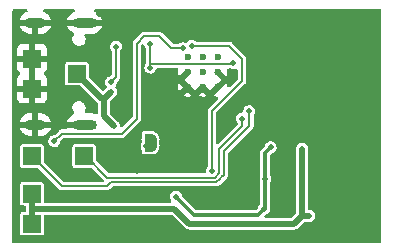
<source format=gbr>
%TF.GenerationSoftware,KiCad,Pcbnew,(6.0.5)*%
%TF.CreationDate,2022-10-09T21:33:59+01:00*%
%TF.ProjectId,PicoDrive,5069636f-4472-4697-9665-2e6b69636164,rev?*%
%TF.SameCoordinates,Original*%
%TF.FileFunction,Copper,L2,Bot*%
%TF.FilePolarity,Positive*%
%FSLAX46Y46*%
G04 Gerber Fmt 4.6, Leading zero omitted, Abs format (unit mm)*
G04 Created by KiCad (PCBNEW (6.0.5)) date 2022-10-09 21:33:59*
%MOMM*%
%LPD*%
G01*
G04 APERTURE LIST*
G04 Aperture macros list*
%AMFreePoly0*
4,1,22,0.500000,-0.750000,0.000000,-0.750000,0.000000,-0.745033,-0.079941,-0.743568,-0.215256,-0.701293,-0.333266,-0.622738,-0.424486,-0.514219,-0.481581,-0.384460,-0.499164,-0.250000,-0.500000,-0.250000,-0.500000,0.250000,-0.499164,0.250000,-0.499963,0.256109,-0.478152,0.396186,-0.417904,0.524511,-0.324060,0.630769,-0.204165,0.706417,-0.067858,0.745374,0.000000,0.744959,0.000000,0.750000,
0.500000,0.750000,0.500000,-0.750000,0.500000,-0.750000,$1*%
%AMFreePoly1*
4,1,20,0.000000,0.744959,0.073905,0.744508,0.209726,0.703889,0.328688,0.626782,0.421226,0.519385,0.479903,0.390333,0.500000,0.250000,0.500000,-0.250000,0.499851,-0.262216,0.476331,-0.402017,0.414519,-0.529596,0.319384,-0.634700,0.198574,-0.708877,0.061801,-0.746166,0.000000,-0.745033,0.000000,-0.750000,-0.500000,-0.750000,-0.500000,0.750000,0.000000,0.750000,0.000000,0.744959,
0.000000,0.744959,$1*%
G04 Aperture macros list end*
%TA.AperFunction,SMDPad,CuDef*%
%ADD10R,1.500000X1.500000*%
%TD*%
%TA.AperFunction,ComponentPad*%
%ADD11O,2.000000X0.900000*%
%TD*%
%TA.AperFunction,ComponentPad*%
%ADD12O,1.700000X0.900000*%
%TD*%
%TA.AperFunction,ComponentPad*%
%ADD13C,0.600000*%
%TD*%
%TA.AperFunction,SMDPad,CuDef*%
%ADD14FreePoly0,180.000000*%
%TD*%
%TA.AperFunction,SMDPad,CuDef*%
%ADD15FreePoly1,180.000000*%
%TD*%
%TA.AperFunction,ViaPad*%
%ADD16C,0.500000*%
%TD*%
%TA.AperFunction,Conductor*%
%ADD17C,0.300000*%
%TD*%
%TA.AperFunction,Conductor*%
%ADD18C,0.500000*%
%TD*%
%TA.AperFunction,Conductor*%
%ADD19C,0.250000*%
%TD*%
%TA.AperFunction,Conductor*%
%ADD20C,0.200000*%
%TD*%
G04 APERTURE END LIST*
D10*
%TO.P,TP7,1,1*%
%TO.N,+3V3*%
X148590000Y-57150000D03*
%TD*%
%TO.P,TP2,1,1*%
%TO.N,+BATT*%
X144780000Y-69850000D03*
%TD*%
D11*
%TO.P,P1,S1,SHIELD*%
%TO.N,GND*%
X149250000Y-52830000D03*
D12*
X145080000Y-52830000D03*
D11*
X149250000Y-61470000D03*
D12*
X145080000Y-61470000D03*
%TD*%
D13*
%TO.P,U3,57,GND*%
%TO.N,GND*%
X160533000Y-58298000D03*
X159258000Y-55748000D03*
X157983000Y-58298000D03*
X157983000Y-57023000D03*
X157983000Y-55748000D03*
X159258000Y-58298000D03*
X160533000Y-55748000D03*
X159258000Y-57023000D03*
X160533000Y-57023000D03*
%TD*%
D10*
%TO.P,TP3,1,1*%
%TO.N,GND*%
X144780000Y-55880000D03*
%TD*%
%TO.P,TP5,1,1*%
%TO.N,/IO_1*%
X144780000Y-64135000D03*
%TD*%
D14*
%TO.P,JP1,1,A*%
%TO.N,Net-(JP1-Pad1)*%
X154828000Y-62992000D03*
D15*
%TO.P,JP1,2,B*%
%TO.N,GND*%
X153528000Y-62992000D03*
%TD*%
D10*
%TO.P,TP1,1,1*%
%TO.N,+BATT*%
X144780000Y-67310000D03*
%TD*%
%TO.P,TP4,1,1*%
%TO.N,GND*%
X144780000Y-58420000D03*
%TD*%
%TO.P,TP6,1,1*%
%TO.N,/IO_2*%
X149225000Y-64135000D03*
%TD*%
D16*
%TO.N,+3V3*%
X164559447Y-66060553D03*
X164458003Y-68595426D03*
X151736108Y-61619111D03*
%TO.N,+BATT*%
X168275000Y-69215000D03*
X167640000Y-66675000D03*
%TO.N,Net-(U3-Pad39)*%
X158305500Y-54800500D03*
%TO.N,Net-(U3-Pad40)*%
X157571500Y-54991000D03*
%TO.N,GND*%
X164338000Y-59309000D03*
%TO.N,/IO_1*%
X163195000Y-60325000D03*
%TO.N,/IO_2*%
X162560000Y-60960000D03*
%TO.N,GND*%
X167005000Y-57848500D03*
%TO.N,+1V1*%
X161839500Y-56261000D03*
%TO.N,Net-(U3-Pad39)*%
X160020000Y-65405000D03*
%TO.N,+BATT*%
X160655000Y-69850000D03*
%TO.N,Net-(U3-Pad40)*%
X146685000Y-62865000D03*
%TO.N,GND*%
X153797000Y-67437000D03*
X149098000Y-69342000D03*
X154559000Y-69342000D03*
X155956000Y-64262000D03*
X157099000Y-65151000D03*
%TO.N,+3V3*%
X151511000Y-58674000D03*
%TO.N,GND*%
X151638000Y-60071000D03*
X162560000Y-63500000D03*
X170180000Y-71120000D03*
X167005000Y-52705000D03*
X167640000Y-54610000D03*
X165100000Y-53340000D03*
X162560000Y-52070000D03*
X163195000Y-52705000D03*
X160020000Y-52070000D03*
X155575000Y-53340000D03*
X154940000Y-52070000D03*
X150495000Y-52070000D03*
X151765000Y-64135000D03*
X153670000Y-65405000D03*
X150495000Y-66040000D03*
X147955000Y-66040000D03*
X146050000Y-71120000D03*
X156845000Y-71120000D03*
X158750000Y-64770000D03*
X162560000Y-67945000D03*
X164465000Y-71120000D03*
X167640000Y-71120000D03*
X166370000Y-67310000D03*
X166370000Y-66675000D03*
X166370000Y-63500000D03*
X166370000Y-64135000D03*
X161925000Y-65405000D03*
X152273000Y-52070000D03*
X150876000Y-53340000D03*
X152527000Y-57277000D03*
X163830000Y-61722000D03*
X161747212Y-59486808D03*
%TO.N,Net-(JP1-Pad1)*%
X154477500Y-63306214D03*
%TO.N,+1V1*%
X154813000Y-56642000D03*
X154813000Y-54677500D03*
%TO.N,+3V3*%
X156972000Y-67564000D03*
%TO.N,+BATT*%
X149352000Y-68580000D03*
X148336000Y-68580000D03*
%TO.N,+3V3*%
X165000000Y-63400000D03*
%TO.N,+BATT*%
X167640000Y-63500000D03*
%TO.N,USB_DM*%
X151481669Y-57869466D03*
X151892000Y-54864000D03*
%TD*%
D17*
%TO.N,+3V3*%
X158496000Y-69088000D02*
X156972000Y-67564000D01*
X164501947Y-68551482D02*
X164501947Y-66003053D01*
X164458003Y-68595426D02*
X164501947Y-68551482D01*
X163965429Y-69088000D02*
X158496000Y-69088000D01*
X164458003Y-68595426D02*
X163965429Y-69088000D01*
D18*
X150876000Y-60759003D02*
X151736108Y-61619111D01*
D19*
%TO.N,Net-(JP1-Pad1)*%
X154513786Y-63306214D02*
X154828000Y-62992000D01*
X154477500Y-63306214D02*
X154513786Y-63306214D01*
X154940000Y-62983761D02*
X154617547Y-63306214D01*
X154617547Y-63306214D02*
X154477500Y-63306214D01*
D18*
%TO.N,+BATT*%
X167640000Y-69215000D02*
X168275000Y-69215000D01*
X167640000Y-69215000D02*
X167005000Y-69850000D01*
X167640000Y-66675000D02*
X167640000Y-69215000D01*
X160655000Y-69850000D02*
X167005000Y-69850000D01*
X167640000Y-63500000D02*
X167640000Y-66675000D01*
D20*
%TO.N,Net-(U3-Pad39)*%
X161480500Y-54800500D02*
X158305500Y-54800500D01*
X162560000Y-55880000D02*
X161480500Y-54800500D01*
X162560000Y-57785000D02*
X162560000Y-55880000D01*
X160020000Y-60325000D02*
X162560000Y-57785000D01*
X160020000Y-65405000D02*
X160020000Y-60325000D01*
%TO.N,+1V1*%
X154853489Y-56347511D02*
X154813000Y-56388000D01*
X161752989Y-56347511D02*
X154853489Y-56347511D01*
X161839500Y-56261000D02*
X161752989Y-56347511D01*
%TO.N,Net-(U3-Pad40)*%
X147320000Y-62230000D02*
X146685000Y-62865000D01*
X152400000Y-62230000D02*
X147320000Y-62230000D01*
X153670000Y-60960000D02*
X152400000Y-62230000D01*
X153670000Y-54610000D02*
X153670000Y-60960000D01*
X157571500Y-54991000D02*
X156591000Y-54991000D01*
X155575000Y-53975000D02*
X154305000Y-53975000D01*
X156591000Y-54991000D02*
X155575000Y-53975000D01*
X154305000Y-53975000D02*
X153670000Y-54610000D01*
%TO.N,/IO_2*%
X160655000Y-65547127D02*
X160655001Y-63499999D01*
X160247616Y-65954511D02*
X160655000Y-65547127D01*
X151186638Y-65954511D02*
X160247616Y-65954511D01*
X160655001Y-63499999D02*
X162560000Y-61595000D01*
X149367127Y-64135000D02*
X151186638Y-65954511D01*
X149225000Y-64135000D02*
X149367127Y-64135000D01*
X162560000Y-61595000D02*
X162560000Y-60960000D01*
%TO.N,/IO_1*%
X151130000Y-66675000D02*
X147320000Y-66675000D01*
X151450970Y-66354030D02*
X151130000Y-66675000D01*
X160082129Y-66354030D02*
X151450970Y-66354030D01*
X160413102Y-66354031D02*
X160082129Y-66354030D01*
X160691067Y-66076067D02*
X160413102Y-66354031D01*
X160820486Y-65946647D02*
X160691067Y-66076067D01*
X161054520Y-65405000D02*
X161054519Y-65712614D01*
X161054520Y-63735480D02*
X161054520Y-65405000D01*
X161054519Y-65712614D02*
X160820486Y-65946647D01*
X161925000Y-62865000D02*
X161054520Y-63735480D01*
X163195000Y-60325000D02*
X163195000Y-61595000D01*
X163195000Y-61595000D02*
X161925000Y-62865000D01*
X146050000Y-65405000D02*
X147320000Y-66675000D01*
X144780000Y-64135000D02*
X146050000Y-65405000D01*
D18*
%TO.N,+3V3*%
X150749000Y-59309000D02*
X150876000Y-59309000D01*
X148590000Y-57150000D02*
X150749000Y-59309000D01*
D20*
%TO.N,USB_DM*%
X151892000Y-57459135D02*
X151892000Y-54864000D01*
X151481669Y-57869466D02*
X151892000Y-57459135D01*
D18*
%TO.N,+BATT*%
X160655000Y-69850000D02*
X158115000Y-69850000D01*
D20*
%TO.N,+1V1*%
X154813000Y-54677500D02*
X154813000Y-56388000D01*
X154813000Y-56642000D02*
X154813000Y-56388000D01*
D18*
%TO.N,+3V3*%
X151511000Y-58674000D02*
X150876000Y-59309000D01*
X150876000Y-59309000D02*
X150876000Y-60759003D01*
%TO.N,+BATT*%
X148336000Y-68580000D02*
X149352000Y-68580000D01*
X148336000Y-68580000D02*
X144780000Y-68580000D01*
D17*
%TO.N,+3V3*%
X164501947Y-66003053D02*
X164501947Y-63898053D01*
X164501947Y-63898053D02*
X165000000Y-63400000D01*
D18*
%TO.N,+BATT*%
X156845000Y-68580000D02*
X149352000Y-68580000D01*
X144780000Y-67310000D02*
X144780000Y-68580000D01*
X144780000Y-68580000D02*
X144780000Y-69850000D01*
X158115000Y-69850000D02*
X156845000Y-68580000D01*
%TD*%
%TA.AperFunction,Conductor*%
%TO.N,GND*%
G36*
X144360434Y-51709502D02*
G01*
X144406927Y-51763158D01*
X144417031Y-51833432D01*
X144387537Y-51898012D01*
X144329992Y-51935734D01*
X144306756Y-51943016D01*
X144295068Y-51948025D01*
X144136021Y-52036187D01*
X144125588Y-52043438D01*
X143987509Y-52161785D01*
X143978756Y-52170976D01*
X143867289Y-52314680D01*
X143860565Y-52325440D01*
X143780268Y-52488625D01*
X143775845Y-52500519D01*
X143760749Y-52558470D01*
X143761183Y-52572564D01*
X143769364Y-52576000D01*
X146389229Y-52576000D01*
X146402760Y-52572027D01*
X146403637Y-52565925D01*
X146347690Y-52413864D01*
X146342123Y-52402451D01*
X146246292Y-52247892D01*
X146238540Y-52237826D01*
X146113592Y-52105697D01*
X146103974Y-52097395D01*
X145955013Y-51993092D01*
X145943916Y-51986890D01*
X145815078Y-51931137D01*
X145760503Y-51885726D01*
X145739143Y-51818019D01*
X145757779Y-51749512D01*
X145810495Y-51701956D01*
X145865118Y-51689500D01*
X148312313Y-51689500D01*
X148380434Y-51709502D01*
X148426927Y-51763158D01*
X148437031Y-51833432D01*
X148407537Y-51898012D01*
X148349992Y-51935734D01*
X148326756Y-51943016D01*
X148315068Y-51948025D01*
X148156021Y-52036187D01*
X148145588Y-52043438D01*
X148007509Y-52161785D01*
X147998756Y-52170976D01*
X147887289Y-52314680D01*
X147880565Y-52325440D01*
X147800268Y-52488625D01*
X147795845Y-52500519D01*
X147780749Y-52558470D01*
X147781183Y-52572564D01*
X147789364Y-52576000D01*
X150709229Y-52576000D01*
X150722760Y-52572027D01*
X150723637Y-52565925D01*
X150667690Y-52413864D01*
X150662123Y-52402451D01*
X150566292Y-52247892D01*
X150558540Y-52237826D01*
X150433592Y-52105697D01*
X150423974Y-52097395D01*
X150275013Y-51993092D01*
X150263916Y-51986890D01*
X150135078Y-51931137D01*
X150080503Y-51885726D01*
X150059143Y-51818019D01*
X150077779Y-51749512D01*
X150130495Y-51701956D01*
X150185118Y-51689500D01*
X174244500Y-51689500D01*
X174312621Y-51709502D01*
X174359114Y-51763158D01*
X174370500Y-51815500D01*
X174370500Y-71374500D01*
X174350498Y-71442621D01*
X174296842Y-71489114D01*
X174244500Y-71500500D01*
X143255500Y-71500500D01*
X143187379Y-71480498D01*
X143140886Y-71426842D01*
X143129500Y-71374500D01*
X143129500Y-69074933D01*
X143775500Y-69074933D01*
X143775501Y-70625066D01*
X143790266Y-70699301D01*
X143846516Y-70783484D01*
X143930699Y-70839734D01*
X144004933Y-70854500D01*
X144779874Y-70854500D01*
X145555066Y-70854499D01*
X145590818Y-70847388D01*
X145617126Y-70842156D01*
X145617128Y-70842155D01*
X145629301Y-70839734D01*
X145639621Y-70832839D01*
X145639622Y-70832838D01*
X145703168Y-70790377D01*
X145713484Y-70783484D01*
X145769734Y-70699301D01*
X145784500Y-70625067D01*
X145784499Y-69210500D01*
X145804501Y-69142379D01*
X145858157Y-69095886D01*
X145910499Y-69084500D01*
X148327992Y-69084500D01*
X148330301Y-69084521D01*
X148398998Y-69085780D01*
X148402779Y-69084749D01*
X148406796Y-69084500D01*
X149343992Y-69084500D01*
X149346301Y-69084521D01*
X149414998Y-69085780D01*
X149418779Y-69084749D01*
X149422796Y-69084500D01*
X156583839Y-69084500D01*
X156651960Y-69104502D01*
X156672934Y-69121405D01*
X157708323Y-70156794D01*
X157715865Y-70166234D01*
X157716245Y-70165911D01*
X157722063Y-70172747D01*
X157726853Y-70180339D01*
X157733581Y-70186281D01*
X157766859Y-70215671D01*
X157772546Y-70221017D01*
X157783880Y-70232351D01*
X157787463Y-70235036D01*
X157787465Y-70235038D01*
X157792155Y-70238553D01*
X157799998Y-70244938D01*
X157835170Y-70276001D01*
X157843292Y-70279814D01*
X157846093Y-70281654D01*
X157860088Y-70290063D01*
X157863051Y-70291685D01*
X157870236Y-70297070D01*
X157878646Y-70300223D01*
X157878648Y-70300224D01*
X157914182Y-70313546D01*
X157923495Y-70317470D01*
X157965982Y-70337417D01*
X157974856Y-70338799D01*
X157978083Y-70339785D01*
X157993846Y-70343920D01*
X157997140Y-70344644D01*
X158005552Y-70347798D01*
X158014510Y-70348464D01*
X158014511Y-70348464D01*
X158052350Y-70351276D01*
X158062374Y-70352426D01*
X158075697Y-70354500D01*
X158091062Y-70354500D01*
X158100399Y-70354846D01*
X158149666Y-70358507D01*
X158158441Y-70356634D01*
X158167137Y-70356041D01*
X158181737Y-70354500D01*
X160646992Y-70354500D01*
X160649301Y-70354521D01*
X160717998Y-70355780D01*
X160721779Y-70354749D01*
X160725796Y-70354500D01*
X166934376Y-70354500D01*
X166946381Y-70355841D01*
X166946421Y-70355345D01*
X166955368Y-70356065D01*
X166964124Y-70358046D01*
X167017382Y-70354742D01*
X167025184Y-70354500D01*
X167041226Y-70354500D01*
X167045657Y-70353865D01*
X167045662Y-70353865D01*
X167049687Y-70353288D01*
X167051457Y-70353035D01*
X167061514Y-70352004D01*
X167083976Y-70350611D01*
X167099400Y-70349654D01*
X167099402Y-70349654D01*
X167108359Y-70349098D01*
X167116799Y-70346051D01*
X167120089Y-70345370D01*
X167135938Y-70341418D01*
X167139168Y-70340473D01*
X167148052Y-70339201D01*
X167190763Y-70319782D01*
X167200128Y-70315970D01*
X167235837Y-70303078D01*
X167235840Y-70303076D01*
X167244284Y-70300028D01*
X167251533Y-70294732D01*
X167254490Y-70293160D01*
X167268614Y-70284907D01*
X167271437Y-70283102D01*
X167279605Y-70279388D01*
X167286402Y-70273531D01*
X167286404Y-70273530D01*
X167315153Y-70248757D01*
X167323064Y-70242475D01*
X167333944Y-70234527D01*
X167344805Y-70223666D01*
X167351652Y-70217308D01*
X167382282Y-70190916D01*
X167382284Y-70190913D01*
X167389082Y-70185056D01*
X167393965Y-70177523D01*
X167399693Y-70170956D01*
X167408924Y-70159547D01*
X167812065Y-69756405D01*
X167874378Y-69722380D01*
X167901161Y-69719500D01*
X168266992Y-69719500D01*
X168269301Y-69719521D01*
X168337998Y-69720780D01*
X168369971Y-69712063D01*
X168385252Y-69708898D01*
X168418052Y-69704201D01*
X168426223Y-69700486D01*
X168426226Y-69700485D01*
X168437637Y-69695296D01*
X168456649Y-69688432D01*
X168468765Y-69685129D01*
X168477422Y-69682769D01*
X168505666Y-69665427D01*
X168519442Y-69658103D01*
X168541428Y-69648107D01*
X168541435Y-69648103D01*
X168549605Y-69644388D01*
X168565911Y-69630338D01*
X168582228Y-69618418D01*
X168592921Y-69611852D01*
X168592922Y-69611851D01*
X168600572Y-69607154D01*
X168622817Y-69582578D01*
X168633977Y-69571688D01*
X168652280Y-69555917D01*
X168659082Y-69550056D01*
X168663966Y-69542522D01*
X168663968Y-69542519D01*
X168670786Y-69532000D01*
X168683103Y-69515977D01*
X168691524Y-69506673D01*
X168691525Y-69506672D01*
X168697551Y-69500014D01*
X168701467Y-69491932D01*
X168712002Y-69470188D01*
X168719662Y-69456594D01*
X168732797Y-69436329D01*
X168732799Y-69436326D01*
X168737683Y-69428790D01*
X168743853Y-69408161D01*
X168751176Y-69389331D01*
X168756645Y-69378043D01*
X168756645Y-69378042D01*
X168760560Y-69369962D01*
X168766057Y-69337286D01*
X168769594Y-69322087D01*
X168773629Y-69308595D01*
X168779090Y-69290337D01*
X168779221Y-69268813D01*
X168780966Y-69248675D01*
X168783729Y-69232255D01*
X168783730Y-69232243D01*
X168784536Y-69227453D01*
X168784688Y-69215000D01*
X168781088Y-69189860D01*
X168779817Y-69171232D01*
X168779917Y-69154802D01*
X168779972Y-69145827D01*
X168777506Y-69137197D01*
X168777505Y-69137193D01*
X168771928Y-69117680D01*
X168768350Y-69100919D01*
X168766137Y-69085466D01*
X168764201Y-69071948D01*
X168753692Y-69048835D01*
X168747242Y-69031306D01*
X168742727Y-69015507D01*
X168742726Y-69015506D01*
X168740261Y-69006879D01*
X168724641Y-68982123D01*
X168716503Y-68967040D01*
X168708105Y-68948571D01*
X168704388Y-68940395D01*
X168698524Y-68933589D01*
X168687809Y-68921153D01*
X168676701Y-68906142D01*
X168667939Y-68892255D01*
X168667937Y-68892253D01*
X168663147Y-68884661D01*
X168641204Y-68865282D01*
X168629163Y-68853093D01*
X168610056Y-68830918D01*
X168588744Y-68817104D01*
X168573872Y-68805816D01*
X168561558Y-68794941D01*
X168554830Y-68788999D01*
X168540487Y-68782265D01*
X168528335Y-68776559D01*
X168513356Y-68768238D01*
X168496326Y-68757200D01*
X168496318Y-68757196D01*
X168488790Y-68752317D01*
X168464449Y-68745037D01*
X168447013Y-68738379D01*
X168424018Y-68727583D01*
X168415152Y-68726203D01*
X168415150Y-68726202D01*
X168395103Y-68723081D01*
X168378385Y-68719298D01*
X168358938Y-68713482D01*
X168358936Y-68713482D01*
X168350337Y-68710910D01*
X168341365Y-68710855D01*
X168341363Y-68710855D01*
X168331086Y-68710793D01*
X168316154Y-68710702D01*
X168315392Y-68710670D01*
X168314303Y-68710500D01*
X168283602Y-68710500D01*
X168282833Y-68710498D01*
X168269731Y-68710418D01*
X168201733Y-68690000D01*
X168155569Y-68636062D01*
X168144500Y-68584420D01*
X168144500Y-66727913D01*
X168146246Y-66707008D01*
X168146482Y-66705604D01*
X168149536Y-66687453D01*
X168149688Y-66675000D01*
X168145773Y-66647662D01*
X168144500Y-66629801D01*
X168144500Y-63552913D01*
X168146246Y-63532008D01*
X168148729Y-63517247D01*
X168149536Y-63512453D01*
X168149688Y-63500000D01*
X168131182Y-63370780D01*
X168130474Y-63365835D01*
X168130473Y-63365833D01*
X168129201Y-63356948D01*
X168069388Y-63225395D01*
X168063530Y-63218596D01*
X168063527Y-63218592D01*
X167980916Y-63122718D01*
X167980913Y-63122716D01*
X167975056Y-63115918D01*
X167895060Y-63064067D01*
X167861324Y-63042200D01*
X167861322Y-63042199D01*
X167853790Y-63037317D01*
X167836921Y-63032272D01*
X167723938Y-62998482D01*
X167723936Y-62998482D01*
X167715337Y-62995910D01*
X167706363Y-62995855D01*
X167706361Y-62995855D01*
X167643082Y-62995469D01*
X167570827Y-62995028D01*
X167562196Y-62997495D01*
X167562194Y-62997495D01*
X167440509Y-63032272D01*
X167440505Y-63032274D01*
X167431879Y-63034739D01*
X167424292Y-63039526D01*
X167424290Y-63039527D01*
X167331469Y-63098093D01*
X167309661Y-63111853D01*
X167303718Y-63118582D01*
X167303717Y-63118583D01*
X167245906Y-63184042D01*
X167213999Y-63220170D01*
X167210185Y-63228293D01*
X167210184Y-63228295D01*
X167202360Y-63244960D01*
X167152583Y-63350982D01*
X167151203Y-63359846D01*
X167151202Y-63359849D01*
X167139674Y-63433893D01*
X167130350Y-63493773D01*
X167131514Y-63502675D01*
X167131514Y-63502678D01*
X167134436Y-63525019D01*
X167135500Y-63541357D01*
X167135500Y-66625946D01*
X167134000Y-66645331D01*
X167130350Y-66668773D01*
X167131514Y-66677675D01*
X167131514Y-66677678D01*
X167134436Y-66700019D01*
X167135500Y-66716357D01*
X167135500Y-68953839D01*
X167115498Y-69021960D01*
X167098595Y-69042934D01*
X166832934Y-69308595D01*
X166770622Y-69342621D01*
X166743839Y-69345500D01*
X164584169Y-69345500D01*
X164516048Y-69325498D01*
X164469555Y-69271842D01*
X164459451Y-69201568D01*
X164488945Y-69136988D01*
X164495074Y-69130405D01*
X164501834Y-69123645D01*
X164557786Y-69091178D01*
X164605092Y-69078280D01*
X164651766Y-69065556D01*
X164651768Y-69065555D01*
X164660425Y-69063195D01*
X164783575Y-68987580D01*
X164795091Y-68974858D01*
X164826285Y-68940395D01*
X164880554Y-68880440D01*
X164916709Y-68805816D01*
X164939648Y-68758469D01*
X164939648Y-68758468D01*
X164943563Y-68750388D01*
X164967539Y-68607879D01*
X164967691Y-68595426D01*
X164947204Y-68452374D01*
X164917746Y-68387584D01*
X164906447Y-68335433D01*
X164906447Y-66477591D01*
X164926449Y-66409470D01*
X164939032Y-66393036D01*
X164975970Y-66352227D01*
X164975971Y-66352225D01*
X164981998Y-66345567D01*
X165021843Y-66263327D01*
X165041092Y-66223596D01*
X165041092Y-66223595D01*
X165045007Y-66215515D01*
X165068983Y-66073006D01*
X165069135Y-66060553D01*
X165048648Y-65917501D01*
X164988835Y-65785948D01*
X164982977Y-65779149D01*
X164982974Y-65779145D01*
X164936994Y-65725784D01*
X164907680Y-65661122D01*
X164906447Y-65643536D01*
X164906447Y-64117793D01*
X164926449Y-64049672D01*
X164943352Y-64028698D01*
X165043831Y-63928219D01*
X165099783Y-63895752D01*
X165149053Y-63882319D01*
X165193763Y-63870130D01*
X165193765Y-63870129D01*
X165202422Y-63867769D01*
X165325572Y-63792154D01*
X165422551Y-63685014D01*
X165485560Y-63554962D01*
X165509536Y-63412453D01*
X165509688Y-63400000D01*
X165495062Y-63297872D01*
X165490474Y-63265835D01*
X165490473Y-63265833D01*
X165489201Y-63256948D01*
X165483751Y-63244960D01*
X165471762Y-63218592D01*
X165429388Y-63125395D01*
X165423530Y-63118596D01*
X165423527Y-63118592D01*
X165340916Y-63022718D01*
X165340913Y-63022716D01*
X165335056Y-63015918D01*
X165213790Y-62937317D01*
X165196921Y-62932272D01*
X165083938Y-62898482D01*
X165083936Y-62898482D01*
X165075337Y-62895910D01*
X165066363Y-62895855D01*
X165066361Y-62895855D01*
X165003082Y-62895469D01*
X164930827Y-62895028D01*
X164922196Y-62897495D01*
X164922194Y-62897495D01*
X164800509Y-62932272D01*
X164800505Y-62932274D01*
X164791879Y-62934739D01*
X164784292Y-62939526D01*
X164784290Y-62939527D01*
X164685174Y-63002065D01*
X164669661Y-63011853D01*
X164663718Y-63018582D01*
X164663717Y-63018583D01*
X164635546Y-63050481D01*
X164573999Y-63120170D01*
X164570185Y-63128293D01*
X164570184Y-63128295D01*
X164563353Y-63142845D01*
X164512583Y-63250982D01*
X164511203Y-63259847D01*
X164511202Y-63259849D01*
X164510515Y-63264263D01*
X164507178Y-63285699D01*
X164507036Y-63286608D01*
X164476792Y-63350841D01*
X164471631Y-63356319D01*
X164193412Y-63634538D01*
X164193409Y-63634542D01*
X164170621Y-63657330D01*
X164160493Y-63677207D01*
X164150163Y-63694064D01*
X164137042Y-63712124D01*
X164133977Y-63721557D01*
X164130146Y-63733348D01*
X164122581Y-63751614D01*
X164112449Y-63771498D01*
X164110898Y-63781291D01*
X164108958Y-63793540D01*
X164104342Y-63812766D01*
X164097447Y-63833987D01*
X164097447Y-65829292D01*
X164085502Y-65882840D01*
X164072030Y-65911535D01*
X164070649Y-65920404D01*
X164059806Y-65990045D01*
X164049797Y-66054326D01*
X164050961Y-66063228D01*
X164050961Y-66063231D01*
X164056476Y-66105405D01*
X164068535Y-66197618D01*
X164081025Y-66226005D01*
X164086777Y-66239077D01*
X164097447Y-66289822D01*
X164097447Y-68193819D01*
X164077445Y-68261940D01*
X164065889Y-68277226D01*
X164032002Y-68315596D01*
X163970586Y-68446408D01*
X163969206Y-68455273D01*
X163969205Y-68455275D01*
X163965039Y-68482034D01*
X163934795Y-68546267D01*
X163929634Y-68551745D01*
X163834784Y-68646595D01*
X163772472Y-68680621D01*
X163745689Y-68683500D01*
X158715739Y-68683500D01*
X158647618Y-68663498D01*
X158626644Y-68646595D01*
X158065116Y-68085066D01*
X157500945Y-67520895D01*
X157466919Y-67458583D01*
X157465317Y-67449690D01*
X157461201Y-67420948D01*
X157401388Y-67289395D01*
X157395530Y-67282596D01*
X157395527Y-67282592D01*
X157312916Y-67186718D01*
X157312913Y-67186716D01*
X157307056Y-67179918D01*
X157185790Y-67101317D01*
X157168921Y-67096272D01*
X157055938Y-67062482D01*
X157055936Y-67062482D01*
X157047337Y-67059910D01*
X157038363Y-67059855D01*
X157038361Y-67059855D01*
X156975082Y-67059469D01*
X156902827Y-67059028D01*
X156894196Y-67061495D01*
X156894194Y-67061495D01*
X156772509Y-67096272D01*
X156772505Y-67096274D01*
X156763879Y-67098739D01*
X156641661Y-67175853D01*
X156545999Y-67284170D01*
X156484583Y-67414982D01*
X156462350Y-67557773D01*
X156481088Y-67701065D01*
X156539289Y-67833339D01*
X156545061Y-67840206D01*
X156545065Y-67840212D01*
X156568781Y-67868425D01*
X156597302Y-67933440D01*
X156586146Y-68003555D01*
X156538854Y-68056507D01*
X156472330Y-68075500D01*
X149360602Y-68075500D01*
X149359833Y-68075498D01*
X149282827Y-68075028D01*
X149281492Y-68075410D01*
X149280164Y-68075500D01*
X148344602Y-68075500D01*
X148343833Y-68075498D01*
X148266827Y-68075028D01*
X148265492Y-68075410D01*
X148264164Y-68075500D01*
X145910500Y-68075500D01*
X145842379Y-68055498D01*
X145795886Y-68001842D01*
X145784500Y-67949500D01*
X145784499Y-66541123D01*
X145784499Y-66534934D01*
X145769734Y-66460699D01*
X145735504Y-66409470D01*
X145720377Y-66386832D01*
X145713484Y-66376516D01*
X145629301Y-66320266D01*
X145555067Y-66305500D01*
X144780126Y-66305500D01*
X144004934Y-66305501D01*
X143969182Y-66312612D01*
X143942874Y-66317844D01*
X143942872Y-66317845D01*
X143930699Y-66320266D01*
X143920379Y-66327161D01*
X143920378Y-66327162D01*
X143859985Y-66367516D01*
X143846516Y-66376516D01*
X143790266Y-66460699D01*
X143775500Y-66534933D01*
X143775501Y-68085066D01*
X143790266Y-68159301D01*
X143846516Y-68243484D01*
X143930699Y-68299734D01*
X144004933Y-68314500D01*
X144149500Y-68314500D01*
X144217621Y-68334502D01*
X144264114Y-68388158D01*
X144275500Y-68440500D01*
X144275500Y-68571398D01*
X144275498Y-68572166D01*
X144275028Y-68649173D01*
X144275410Y-68650508D01*
X144275500Y-68651836D01*
X144275500Y-68719501D01*
X144255498Y-68787622D01*
X144201842Y-68834115D01*
X144149500Y-68845501D01*
X144004934Y-68845501D01*
X143969182Y-68852612D01*
X143942874Y-68857844D01*
X143942872Y-68857845D01*
X143930699Y-68860266D01*
X143920379Y-68867161D01*
X143920378Y-68867162D01*
X143862042Y-68906142D01*
X143846516Y-68916516D01*
X143790266Y-69000699D01*
X143775500Y-69074933D01*
X143129500Y-69074933D01*
X143129500Y-63359933D01*
X143775500Y-63359933D01*
X143775501Y-64910066D01*
X143790266Y-64984301D01*
X143846516Y-65068484D01*
X143930699Y-65124734D01*
X144004933Y-65139500D01*
X144140404Y-65139500D01*
X145230970Y-65139499D01*
X145299091Y-65159501D01*
X145320065Y-65176404D01*
X147033084Y-66889423D01*
X147045592Y-66904909D01*
X147048526Y-66908134D01*
X147054175Y-66916882D01*
X147062352Y-66923328D01*
X147078430Y-66936003D01*
X147082431Y-66939559D01*
X147082516Y-66939459D01*
X147086473Y-66942812D01*
X147090155Y-66946494D01*
X147104691Y-66956882D01*
X147109378Y-66960401D01*
X147146857Y-66989946D01*
X147154925Y-66992779D01*
X147161885Y-66997753D01*
X147171863Y-67000737D01*
X147207586Y-67011420D01*
X147213235Y-67013256D01*
X147258208Y-67029050D01*
X147263404Y-67029500D01*
X147266109Y-67029500D01*
X147268365Y-67029597D01*
X147268841Y-67029740D01*
X147268839Y-67029786D01*
X147269038Y-67029799D01*
X147274955Y-67031568D01*
X147325124Y-67029597D01*
X147330070Y-67029500D01*
X151078743Y-67029500D01*
X151098537Y-67031606D01*
X151102890Y-67031811D01*
X151113070Y-67034003D01*
X151143740Y-67030373D01*
X151149083Y-67030058D01*
X151149072Y-67029928D01*
X151154252Y-67029500D01*
X151159451Y-67029500D01*
X151164575Y-67028647D01*
X151164588Y-67028646D01*
X151177041Y-67026573D01*
X151182916Y-67025736D01*
X151219929Y-67021355D01*
X151230270Y-67020131D01*
X151237978Y-67016430D01*
X151246417Y-67015025D01*
X151288401Y-66992371D01*
X151293664Y-66989690D01*
X151306557Y-66983499D01*
X151336658Y-66969045D01*
X151340650Y-66965689D01*
X151342597Y-66963742D01*
X151344222Y-66962252D01*
X151344654Y-66962019D01*
X151344687Y-66962055D01*
X151344845Y-66961916D01*
X151350280Y-66958983D01*
X151384346Y-66922131D01*
X151387774Y-66918565D01*
X151560903Y-66745435D01*
X151623215Y-66711410D01*
X151649999Y-66708530D01*
X160025532Y-66708530D01*
X160361844Y-66708531D01*
X160381633Y-66710637D01*
X160385991Y-66710842D01*
X160396171Y-66713034D01*
X160426840Y-66709404D01*
X160432184Y-66709089D01*
X160432173Y-66708959D01*
X160437353Y-66708531D01*
X160442552Y-66708531D01*
X160447676Y-66707678D01*
X160447689Y-66707677D01*
X160460142Y-66705604D01*
X160466017Y-66704767D01*
X160503030Y-66700386D01*
X160513371Y-66699162D01*
X160521079Y-66695461D01*
X160529518Y-66694056D01*
X160571493Y-66671408D01*
X160576762Y-66668723D01*
X160612613Y-66651508D01*
X160612616Y-66651506D01*
X160619759Y-66648076D01*
X160623751Y-66644720D01*
X160625690Y-66642781D01*
X160627321Y-66641285D01*
X160627756Y-66641050D01*
X160627788Y-66641086D01*
X160627943Y-66640949D01*
X160633381Y-66638015D01*
X160667479Y-66601129D01*
X160670882Y-66597590D01*
X160962561Y-66305912D01*
X160962564Y-66305909D01*
X161042467Y-66226005D01*
X161268943Y-65999529D01*
X161284419Y-65987031D01*
X161287654Y-65984087D01*
X161296400Y-65978440D01*
X161315521Y-65954185D01*
X161319081Y-65950180D01*
X161318981Y-65950095D01*
X161322334Y-65946138D01*
X161326014Y-65942458D01*
X161329039Y-65938225D01*
X161336389Y-65927940D01*
X161339955Y-65923190D01*
X161363018Y-65893935D01*
X161363018Y-65893934D01*
X161369464Y-65885758D01*
X161372298Y-65877689D01*
X161377272Y-65870728D01*
X161390939Y-65825030D01*
X161392774Y-65819384D01*
X161405942Y-65781887D01*
X161408569Y-65774407D01*
X161409019Y-65769211D01*
X161409019Y-65766504D01*
X161409116Y-65764249D01*
X161409258Y-65763774D01*
X161409305Y-65763776D01*
X161409318Y-65763576D01*
X161411087Y-65757659D01*
X161409116Y-65707494D01*
X161409019Y-65702547D01*
X161409020Y-65375550D01*
X161409020Y-63934509D01*
X161429022Y-63866388D01*
X161445925Y-63845414D01*
X163409423Y-61881916D01*
X163424909Y-61869408D01*
X163428134Y-61866474D01*
X163436882Y-61860825D01*
X163456003Y-61836570D01*
X163459559Y-61832569D01*
X163459459Y-61832484D01*
X163462812Y-61828527D01*
X163466494Y-61824845D01*
X163476882Y-61810309D01*
X163480401Y-61805622D01*
X163509946Y-61768143D01*
X163512779Y-61760075D01*
X163517753Y-61753115D01*
X163521043Y-61742115D01*
X163531420Y-61707414D01*
X163533256Y-61701765D01*
X163546424Y-61664269D01*
X163549050Y-61656792D01*
X163549500Y-61651596D01*
X163549500Y-61648891D01*
X163549597Y-61646635D01*
X163549740Y-61646159D01*
X163549786Y-61646161D01*
X163549799Y-61645962D01*
X163551568Y-61640045D01*
X163549597Y-61589876D01*
X163549500Y-61584930D01*
X163549500Y-60733752D01*
X163569502Y-60665631D01*
X163582085Y-60649196D01*
X163611526Y-60616670D01*
X163617551Y-60610014D01*
X163662870Y-60516475D01*
X163676645Y-60488043D01*
X163676645Y-60488042D01*
X163680560Y-60479962D01*
X163704536Y-60337453D01*
X163704615Y-60330988D01*
X163704629Y-60329860D01*
X163704629Y-60329856D01*
X163704688Y-60325000D01*
X163689398Y-60218235D01*
X163685474Y-60190835D01*
X163685473Y-60190833D01*
X163684201Y-60181948D01*
X163624388Y-60050395D01*
X163618530Y-60043596D01*
X163618527Y-60043592D01*
X163535916Y-59947718D01*
X163535913Y-59947716D01*
X163530056Y-59940918D01*
X163408790Y-59862317D01*
X163391921Y-59857272D01*
X163278938Y-59823482D01*
X163278936Y-59823482D01*
X163270337Y-59820910D01*
X163261363Y-59820855D01*
X163261361Y-59820855D01*
X163198082Y-59820469D01*
X163125827Y-59820028D01*
X163117196Y-59822495D01*
X163117194Y-59822495D01*
X162995509Y-59857272D01*
X162995505Y-59857274D01*
X162986879Y-59859739D01*
X162979292Y-59864526D01*
X162979290Y-59864527D01*
X162872254Y-59932062D01*
X162864661Y-59936853D01*
X162768999Y-60045170D01*
X162765185Y-60053293D01*
X162765184Y-60053295D01*
X162749117Y-60087517D01*
X162707583Y-60175982D01*
X162706203Y-60184846D01*
X162706202Y-60184849D01*
X162687290Y-60306315D01*
X162685350Y-60318773D01*
X162686514Y-60327677D01*
X162686474Y-60330988D01*
X162665641Y-60398860D01*
X162611422Y-60444694D01*
X162559715Y-60455448D01*
X162518865Y-60455199D01*
X162490827Y-60455028D01*
X162482196Y-60457495D01*
X162482194Y-60457495D01*
X162360509Y-60492272D01*
X162360505Y-60492274D01*
X162351879Y-60494739D01*
X162344292Y-60499526D01*
X162344290Y-60499527D01*
X162256896Y-60554669D01*
X162229661Y-60571853D01*
X162223718Y-60578582D01*
X162223717Y-60578583D01*
X162207217Y-60597266D01*
X162133999Y-60680170D01*
X162072583Y-60810982D01*
X162071203Y-60819846D01*
X162071202Y-60819849D01*
X162058403Y-60902055D01*
X162050350Y-60953773D01*
X162051514Y-60962675D01*
X162051514Y-60962678D01*
X162065864Y-61072414D01*
X162069088Y-61097065D01*
X162127289Y-61229339D01*
X162163535Y-61272458D01*
X162175951Y-61287229D01*
X162204472Y-61352245D01*
X162205500Y-61368305D01*
X162205500Y-61395972D01*
X162185498Y-61464093D01*
X162168595Y-61485067D01*
X160589595Y-63064067D01*
X160527283Y-63098093D01*
X160456468Y-63093028D01*
X160399632Y-63050481D01*
X160374821Y-62983961D01*
X160374500Y-62974972D01*
X160374500Y-60524029D01*
X160394502Y-60455908D01*
X160411405Y-60434934D01*
X162774423Y-58071916D01*
X162789909Y-58059408D01*
X162793134Y-58056474D01*
X162801882Y-58050825D01*
X162821003Y-58026570D01*
X162824559Y-58022569D01*
X162824459Y-58022484D01*
X162827812Y-58018527D01*
X162831494Y-58014845D01*
X162841882Y-58000309D01*
X162845401Y-57995622D01*
X162874946Y-57958143D01*
X162877779Y-57950075D01*
X162882753Y-57943115D01*
X162896413Y-57897440D01*
X162898247Y-57891797D01*
X162911422Y-57854277D01*
X162911423Y-57854273D01*
X162914050Y-57846792D01*
X162914500Y-57841596D01*
X162914500Y-57838889D01*
X162914597Y-57836631D01*
X162914739Y-57836159D01*
X162914785Y-57836161D01*
X162914798Y-57835962D01*
X162916567Y-57830045D01*
X162914597Y-57779890D01*
X162914500Y-57774946D01*
X162914500Y-55931258D01*
X162916606Y-55911464D01*
X162916811Y-55907111D01*
X162919003Y-55896931D01*
X162915373Y-55866262D01*
X162915058Y-55860917D01*
X162914928Y-55860928D01*
X162914500Y-55855750D01*
X162914500Y-55850549D01*
X162911573Y-55832963D01*
X162910736Y-55827086D01*
X162906355Y-55790071D01*
X162905131Y-55779730D01*
X162901430Y-55772022D01*
X162900025Y-55763583D01*
X162877380Y-55721615D01*
X162874684Y-55716324D01*
X162857474Y-55680483D01*
X162857472Y-55680480D01*
X162854045Y-55673343D01*
X162850689Y-55669350D01*
X162848763Y-55667424D01*
X162847250Y-55665774D01*
X162847014Y-55665338D01*
X162847049Y-55665306D01*
X162846916Y-55665155D01*
X162843983Y-55659720D01*
X162807119Y-55625643D01*
X162803553Y-55622214D01*
X161767418Y-54586080D01*
X161754913Y-54570598D01*
X161751977Y-54567371D01*
X161746325Y-54558618D01*
X161722062Y-54539491D01*
X161718067Y-54535941D01*
X161717983Y-54536040D01*
X161714020Y-54532682D01*
X161710344Y-54529006D01*
X161706023Y-54525918D01*
X161695848Y-54518646D01*
X161691105Y-54515085D01*
X161661825Y-54492003D01*
X161661821Y-54492001D01*
X161653643Y-54485554D01*
X161645575Y-54482721D01*
X161638615Y-54477747D01*
X161592914Y-54464080D01*
X161587265Y-54462244D01*
X161549769Y-54449076D01*
X161549770Y-54449076D01*
X161542292Y-54446450D01*
X161537096Y-54446000D01*
X161534391Y-54446000D01*
X161532135Y-54445903D01*
X161531659Y-54445760D01*
X161531661Y-54445714D01*
X161531462Y-54445701D01*
X161525545Y-54443932D01*
X161475911Y-54445882D01*
X161475376Y-54445903D01*
X161470430Y-54446000D01*
X158719765Y-54446000D01*
X158651644Y-54425998D01*
X158643612Y-54419965D01*
X158640556Y-54416418D01*
X158613281Y-54398739D01*
X158526824Y-54342700D01*
X158526822Y-54342699D01*
X158519290Y-54337817D01*
X158501739Y-54332568D01*
X158389438Y-54298982D01*
X158389436Y-54298982D01*
X158380837Y-54296410D01*
X158371863Y-54296355D01*
X158371861Y-54296355D01*
X158308582Y-54295969D01*
X158236327Y-54295528D01*
X158227696Y-54297995D01*
X158227694Y-54297995D01*
X158106009Y-54332772D01*
X158106005Y-54332774D01*
X158097379Y-54335239D01*
X158089792Y-54340026D01*
X158089790Y-54340027D01*
X157982754Y-54407562D01*
X157975161Y-54412353D01*
X157969218Y-54419082D01*
X157969217Y-54419083D01*
X157907814Y-54488609D01*
X157847728Y-54526427D01*
X157777271Y-54525918D01*
X157670672Y-54494038D01*
X157646837Y-54486910D01*
X157637863Y-54486855D01*
X157637861Y-54486855D01*
X157574582Y-54486469D01*
X157502327Y-54486028D01*
X157493696Y-54488495D01*
X157493694Y-54488495D01*
X157372009Y-54523272D01*
X157372005Y-54523274D01*
X157363379Y-54525739D01*
X157355792Y-54530526D01*
X157355790Y-54530527D01*
X157248754Y-54598062D01*
X157241161Y-54602853D01*
X157237388Y-54607125D01*
X157174055Y-54635372D01*
X157157230Y-54636500D01*
X156790030Y-54636500D01*
X156721909Y-54616498D01*
X156700935Y-54599596D01*
X155861916Y-53760578D01*
X155849414Y-53745098D01*
X155846475Y-53741868D01*
X155840825Y-53733118D01*
X155816562Y-53713991D01*
X155812567Y-53710441D01*
X155812483Y-53710540D01*
X155808520Y-53707182D01*
X155804844Y-53703506D01*
X155798069Y-53698664D01*
X155790348Y-53693146D01*
X155785605Y-53689585D01*
X155756325Y-53666503D01*
X155756321Y-53666501D01*
X155748143Y-53660054D01*
X155740075Y-53657221D01*
X155733115Y-53652247D01*
X155687414Y-53638580D01*
X155681765Y-53636744D01*
X155646228Y-53624264D01*
X155636792Y-53620950D01*
X155631596Y-53620500D01*
X155628891Y-53620500D01*
X155626635Y-53620403D01*
X155626159Y-53620260D01*
X155626161Y-53620214D01*
X155625962Y-53620201D01*
X155620045Y-53618432D01*
X155570411Y-53620382D01*
X155569876Y-53620403D01*
X155564930Y-53620500D01*
X154356258Y-53620500D01*
X154336464Y-53618394D01*
X154332111Y-53618189D01*
X154321931Y-53615997D01*
X154297903Y-53618841D01*
X154291262Y-53619627D01*
X154285917Y-53619942D01*
X154285928Y-53620072D01*
X154280750Y-53620500D01*
X154275549Y-53620500D01*
X154257964Y-53623427D01*
X154252087Y-53624264D01*
X154204730Y-53629869D01*
X154197022Y-53633570D01*
X154188583Y-53634975D01*
X154149515Y-53656055D01*
X154146615Y-53657620D01*
X154141324Y-53660316D01*
X154105483Y-53677526D01*
X154105480Y-53677528D01*
X154098343Y-53680955D01*
X154094350Y-53684311D01*
X154092424Y-53686237D01*
X154090774Y-53687750D01*
X154090338Y-53687986D01*
X154090306Y-53687951D01*
X154090155Y-53688084D01*
X154084720Y-53691017D01*
X154077651Y-53698664D01*
X154050655Y-53727868D01*
X154047227Y-53731434D01*
X153455578Y-54323084D01*
X153440098Y-54335586D01*
X153436868Y-54338525D01*
X153428118Y-54344175D01*
X153408991Y-54368438D01*
X153405441Y-54372433D01*
X153405540Y-54372517D01*
X153402182Y-54376480D01*
X153398506Y-54380156D01*
X153395483Y-54384385D01*
X153395483Y-54384386D01*
X153388146Y-54394652D01*
X153384585Y-54399395D01*
X153361503Y-54428675D01*
X153361501Y-54428679D01*
X153355054Y-54436857D01*
X153352221Y-54444925D01*
X153347247Y-54451885D01*
X153344263Y-54461863D01*
X153333580Y-54497586D01*
X153331744Y-54503235D01*
X153315950Y-54548208D01*
X153315500Y-54553404D01*
X153315500Y-54556109D01*
X153315403Y-54558365D01*
X153315260Y-54558841D01*
X153315214Y-54558839D01*
X153315201Y-54559038D01*
X153313432Y-54564955D01*
X153314262Y-54586080D01*
X153315403Y-54615124D01*
X153315500Y-54620070D01*
X153315500Y-60760971D01*
X153295498Y-60829092D01*
X153278600Y-60850061D01*
X152456948Y-61671713D01*
X152394638Y-61705737D01*
X152323823Y-61700673D01*
X152266987Y-61658126D01*
X152243128Y-61600480D01*
X152239143Y-61572655D01*
X152238112Y-61562594D01*
X152235762Y-61524711D01*
X152235762Y-61524709D01*
X152235206Y-61515752D01*
X152232159Y-61507312D01*
X152231478Y-61504022D01*
X152227524Y-61488165D01*
X152226581Y-61484940D01*
X152225309Y-61476059D01*
X152219869Y-61464093D01*
X152205881Y-61433329D01*
X152202077Y-61423986D01*
X152186135Y-61379826D01*
X152180838Y-61372575D01*
X152179251Y-61369591D01*
X152171041Y-61355541D01*
X152169214Y-61352684D01*
X152165496Y-61344506D01*
X152134861Y-61308953D01*
X152128583Y-61301047D01*
X152120635Y-61290167D01*
X152109773Y-61279305D01*
X152103415Y-61272458D01*
X152071164Y-61235029D01*
X152063629Y-61230145D01*
X152057057Y-61224412D01*
X152045653Y-61215185D01*
X151417405Y-60586937D01*
X151383379Y-60524625D01*
X151380500Y-60497842D01*
X151380500Y-59570162D01*
X151400502Y-59502041D01*
X151417404Y-59481067D01*
X151817121Y-59081349D01*
X151825733Y-59073499D01*
X151828924Y-59070850D01*
X151836572Y-59066154D01*
X151875102Y-59023587D01*
X151879422Y-59019048D01*
X151893351Y-59005119D01*
X151897231Y-58999942D01*
X151904642Y-58990952D01*
X151927526Y-58965670D01*
X151933551Y-58959014D01*
X151937465Y-58950935D01*
X151937467Y-58950932D01*
X151938583Y-58948628D01*
X151951149Y-58927999D01*
X151958071Y-58918764D01*
X151973195Y-58878419D01*
X151977772Y-58867741D01*
X151996560Y-58828962D01*
X151998475Y-58817582D01*
X152004748Y-58794252D01*
X152005648Y-58791853D01*
X152005649Y-58791848D01*
X152008798Y-58783448D01*
X152011990Y-58740494D01*
X152013390Y-58728927D01*
X152019729Y-58691247D01*
X152020536Y-58686453D01*
X152020688Y-58674000D01*
X152019999Y-58669186D01*
X152019682Y-58664329D01*
X152019953Y-58664311D01*
X152019711Y-58657224D01*
X152019454Y-58657242D01*
X152018843Y-58648280D01*
X152019508Y-58639333D01*
X152008902Y-58589648D01*
X152007399Y-58581207D01*
X152001474Y-58539836D01*
X152001474Y-58539835D01*
X152000201Y-58530948D01*
X151996487Y-58522778D01*
X151994119Y-58514680D01*
X151991213Y-58506781D01*
X151989339Y-58498006D01*
X151965215Y-58453296D01*
X151961410Y-58445631D01*
X151944104Y-58407569D01*
X151940388Y-58399395D01*
X151934528Y-58392594D01*
X151929983Y-58385487D01*
X151924978Y-58378723D01*
X151920717Y-58370826D01*
X151893653Y-58343429D01*
X151860011Y-58280914D01*
X151865507Y-58210131D01*
X151889877Y-58170327D01*
X151898192Y-58161140D01*
X151898193Y-58161138D01*
X151904220Y-58154480D01*
X151943615Y-58073168D01*
X151963314Y-58032509D01*
X151963314Y-58032508D01*
X151967229Y-58024428D01*
X151982588Y-57933137D01*
X151988701Y-57896804D01*
X152023860Y-57828614D01*
X152106423Y-57746051D01*
X152121909Y-57733543D01*
X152125134Y-57730609D01*
X152133882Y-57724960D01*
X152153003Y-57700705D01*
X152156559Y-57696704D01*
X152156459Y-57696619D01*
X152159812Y-57692662D01*
X152163495Y-57688979D01*
X152173437Y-57675067D01*
X152173866Y-57674466D01*
X152177431Y-57669718D01*
X152200498Y-57640458D01*
X152200499Y-57640456D01*
X152206946Y-57632278D01*
X152209780Y-57624208D01*
X152214753Y-57617249D01*
X152228418Y-57571556D01*
X152230252Y-57565912D01*
X152243423Y-57528407D01*
X152246050Y-57520927D01*
X152246500Y-57515731D01*
X152246500Y-57513024D01*
X152246597Y-57510770D01*
X152246740Y-57510294D01*
X152246786Y-57510296D01*
X152246799Y-57510097D01*
X152248568Y-57504180D01*
X152246597Y-57454011D01*
X152246500Y-57449065D01*
X152246500Y-55272752D01*
X152266502Y-55204631D01*
X152279085Y-55188196D01*
X152308526Y-55155670D01*
X152314551Y-55149014D01*
X152352956Y-55069745D01*
X152373645Y-55027043D01*
X152373645Y-55027042D01*
X152377560Y-55018962D01*
X152401536Y-54876453D01*
X152401688Y-54864000D01*
X152387767Y-54766797D01*
X152382474Y-54729835D01*
X152382473Y-54729833D01*
X152381201Y-54720948D01*
X152321388Y-54589395D01*
X152315530Y-54582596D01*
X152315527Y-54582592D01*
X152232916Y-54486718D01*
X152232913Y-54486716D01*
X152227056Y-54479918D01*
X152143868Y-54425998D01*
X152113324Y-54406200D01*
X152113322Y-54406199D01*
X152105790Y-54401317D01*
X152097170Y-54398739D01*
X151975938Y-54362482D01*
X151975936Y-54362482D01*
X151967337Y-54359910D01*
X151958363Y-54359855D01*
X151958361Y-54359855D01*
X151895082Y-54359469D01*
X151822827Y-54359028D01*
X151814196Y-54361495D01*
X151814194Y-54361495D01*
X151692509Y-54396272D01*
X151692505Y-54396274D01*
X151683879Y-54398739D01*
X151676292Y-54403526D01*
X151676290Y-54403527D01*
X151583230Y-54462244D01*
X151561661Y-54475853D01*
X151555718Y-54482582D01*
X151555717Y-54482583D01*
X151488364Y-54558846D01*
X151465999Y-54584170D01*
X151462185Y-54592293D01*
X151462184Y-54592295D01*
X151448064Y-54622371D01*
X151404583Y-54714982D01*
X151403203Y-54723846D01*
X151403202Y-54723849D01*
X151385033Y-54840543D01*
X151382350Y-54857773D01*
X151383514Y-54866675D01*
X151383514Y-54866678D01*
X151392923Y-54938625D01*
X151401088Y-55001065D01*
X151459289Y-55133339D01*
X151465063Y-55140208D01*
X151507951Y-55191229D01*
X151536472Y-55256245D01*
X151537500Y-55272305D01*
X151537500Y-57238738D01*
X151517498Y-57306859D01*
X151463842Y-57353352D01*
X151428602Y-57363572D01*
X151421471Y-57364549D01*
X151412496Y-57364494D01*
X151403865Y-57366961D01*
X151403863Y-57366961D01*
X151282178Y-57401738D01*
X151282174Y-57401740D01*
X151273548Y-57404205D01*
X151265961Y-57408992D01*
X151265959Y-57408993D01*
X151194610Y-57454011D01*
X151151330Y-57481319D01*
X151145387Y-57488048D01*
X151145386Y-57488049D01*
X151109743Y-57528407D01*
X151055668Y-57589636D01*
X151051854Y-57597759D01*
X151051853Y-57597761D01*
X151032885Y-57638162D01*
X150994252Y-57720448D01*
X150992872Y-57729312D01*
X150992871Y-57729315D01*
X150974580Y-57846792D01*
X150972019Y-57863239D01*
X150973183Y-57872141D01*
X150973183Y-57872144D01*
X150984429Y-57958143D01*
X150990757Y-58006531D01*
X151048958Y-58138805D01*
X151054732Y-58145674D01*
X151104196Y-58204518D01*
X151132717Y-58269534D01*
X151121561Y-58339648D01*
X151096840Y-58374689D01*
X150901595Y-58569934D01*
X150839283Y-58603960D01*
X150768468Y-58598895D01*
X150723405Y-58569934D01*
X149631405Y-57477934D01*
X149597379Y-57415622D01*
X149594500Y-57388839D01*
X149594499Y-56381123D01*
X149594499Y-56374934D01*
X149579734Y-56300699D01*
X149523484Y-56216516D01*
X149439301Y-56160266D01*
X149365067Y-56145500D01*
X148590126Y-56145500D01*
X147814934Y-56145501D01*
X147779182Y-56152612D01*
X147752874Y-56157844D01*
X147752872Y-56157845D01*
X147740699Y-56160266D01*
X147730379Y-56167161D01*
X147730378Y-56167162D01*
X147669985Y-56207516D01*
X147656516Y-56216516D01*
X147600266Y-56300699D01*
X147585500Y-56374933D01*
X147585501Y-57925066D01*
X147600266Y-57999301D01*
X147607161Y-58009621D01*
X147607162Y-58009622D01*
X147618487Y-58026570D01*
X147656516Y-58083484D01*
X147740699Y-58139734D01*
X147814933Y-58154500D01*
X147927922Y-58154500D01*
X148828838Y-58154499D01*
X148896959Y-58174501D01*
X148917933Y-58191404D01*
X150334595Y-59608066D01*
X150368621Y-59670378D01*
X150371500Y-59697161D01*
X150371500Y-60481629D01*
X150351498Y-60549750D01*
X150297842Y-60596243D01*
X150227568Y-60606347D01*
X150195460Y-60597266D01*
X150097024Y-60554669D01*
X150084917Y-60550829D01*
X149905400Y-60513325D01*
X149895848Y-60512085D01*
X149892616Y-60512000D01*
X149358992Y-60512000D01*
X149290871Y-60491998D01*
X149244378Y-60438342D01*
X149234274Y-60368068D01*
X149256286Y-60313010D01*
X149261044Y-60306315D01*
X149261044Y-60306314D01*
X149266020Y-60299313D01*
X149317482Y-60156371D01*
X149318415Y-60143675D01*
X149325052Y-60053295D01*
X149328609Y-60004855D01*
X149298580Y-59855929D01*
X149264361Y-59788770D01*
X149233508Y-59728217D01*
X149233506Y-59728214D01*
X149229608Y-59720564D01*
X149187823Y-59675123D01*
X149132584Y-59615052D01*
X149132583Y-59615051D01*
X149126774Y-59608734D01*
X149058894Y-59566646D01*
X149004956Y-59533203D01*
X149004955Y-59533202D01*
X148997656Y-59528677D01*
X148851765Y-59486291D01*
X148840993Y-59485500D01*
X148731943Y-59485500D01*
X148727697Y-59486082D01*
X148727691Y-59486082D01*
X148648946Y-59496869D01*
X148619482Y-59500905D01*
X148611598Y-59504317D01*
X148611597Y-59504317D01*
X148487936Y-59557831D01*
X148480054Y-59561242D01*
X148473381Y-59566646D01*
X148368661Y-59651445D01*
X148368659Y-59651447D01*
X148361987Y-59656850D01*
X148357013Y-59663849D01*
X148357012Y-59663850D01*
X148346957Y-59677999D01*
X148273980Y-59780687D01*
X148222518Y-59923629D01*
X148221889Y-59932189D01*
X148221889Y-59932191D01*
X148220749Y-59947718D01*
X148211391Y-60075145D01*
X148241420Y-60224071D01*
X148245320Y-60231725D01*
X148306492Y-60351783D01*
X148306494Y-60351786D01*
X148310392Y-60359436D01*
X148316205Y-60365757D01*
X148316206Y-60365759D01*
X148342822Y-60394703D01*
X148374208Y-60458385D01*
X148366182Y-60528927D01*
X148321293Y-60583931D01*
X148311160Y-60590192D01*
X148156021Y-60676187D01*
X148145588Y-60683438D01*
X148007509Y-60801785D01*
X147998756Y-60810976D01*
X147887289Y-60954680D01*
X147880565Y-60965440D01*
X147800268Y-61128625D01*
X147795845Y-61140519D01*
X147780749Y-61198470D01*
X147781183Y-61212564D01*
X147789364Y-61216000D01*
X149378000Y-61216000D01*
X149446121Y-61236002D01*
X149492614Y-61289658D01*
X149504000Y-61342000D01*
X149504000Y-61598000D01*
X149483998Y-61666121D01*
X149430342Y-61712614D01*
X149378000Y-61724000D01*
X147790771Y-61724000D01*
X147777240Y-61727973D01*
X147772655Y-61759864D01*
X147770454Y-61759548D01*
X147769317Y-61789552D01*
X147728698Y-61847781D01*
X147663047Y-61874807D01*
X147649852Y-61875500D01*
X147371258Y-61875500D01*
X147351464Y-61873394D01*
X147347111Y-61873189D01*
X147336931Y-61870997D01*
X147306262Y-61874627D01*
X147300917Y-61874942D01*
X147300928Y-61875072D01*
X147295750Y-61875500D01*
X147290549Y-61875500D01*
X147272964Y-61878427D01*
X147267087Y-61879264D01*
X147219730Y-61884869D01*
X147212022Y-61888570D01*
X147203583Y-61889975D01*
X147161940Y-61912445D01*
X147161615Y-61912620D01*
X147156324Y-61915316D01*
X147120483Y-61932526D01*
X147120480Y-61932528D01*
X147113343Y-61935955D01*
X147109350Y-61939311D01*
X147107424Y-61941237D01*
X147105774Y-61942750D01*
X147105338Y-61942986D01*
X147105306Y-61942951D01*
X147105155Y-61943084D01*
X147099720Y-61946017D01*
X147092651Y-61953664D01*
X147065655Y-61982868D01*
X147062226Y-61986434D01*
X146725415Y-62323245D01*
X146663103Y-62357271D01*
X146635553Y-62360148D01*
X146627584Y-62360100D01*
X146615827Y-62360028D01*
X146607195Y-62362495D01*
X146485509Y-62397272D01*
X146485505Y-62397274D01*
X146476879Y-62399739D01*
X146469292Y-62404526D01*
X146469290Y-62404527D01*
X146432088Y-62428000D01*
X146354661Y-62476853D01*
X146348718Y-62483582D01*
X146348717Y-62483583D01*
X146309953Y-62527475D01*
X146258999Y-62585170D01*
X146197583Y-62715982D01*
X146196203Y-62724846D01*
X146196202Y-62724849D01*
X146187052Y-62783619D01*
X146175350Y-62858773D01*
X146176514Y-62867675D01*
X146176514Y-62867678D01*
X146189256Y-62965117D01*
X146194088Y-63002065D01*
X146252289Y-63134339D01*
X146258063Y-63141208D01*
X146331268Y-63228295D01*
X146345276Y-63244960D01*
X146352747Y-63249933D01*
X146352748Y-63249934D01*
X146458101Y-63320063D01*
X146458103Y-63320064D01*
X146465574Y-63325037D01*
X146474138Y-63327713D01*
X146474141Y-63327714D01*
X146534542Y-63346585D01*
X146603510Y-63368132D01*
X146747998Y-63370780D01*
X146801041Y-63356319D01*
X146878763Y-63335130D01*
X146878765Y-63335129D01*
X146887422Y-63332769D01*
X147010572Y-63257154D01*
X147107551Y-63150014D01*
X147170560Y-63019962D01*
X147192032Y-62892338D01*
X147227191Y-62824148D01*
X147429934Y-62621405D01*
X147492246Y-62587379D01*
X147519029Y-62584500D01*
X152348743Y-62584500D01*
X152368537Y-62586606D01*
X152372890Y-62586811D01*
X152383070Y-62589003D01*
X152413740Y-62585373D01*
X152419083Y-62585058D01*
X152419072Y-62584928D01*
X152424252Y-62584500D01*
X152429451Y-62584500D01*
X152434575Y-62583647D01*
X152434588Y-62583646D01*
X152447041Y-62581573D01*
X152452916Y-62580736D01*
X152489929Y-62576355D01*
X152500270Y-62575131D01*
X152507978Y-62571430D01*
X152516417Y-62570025D01*
X152558401Y-62547371D01*
X152563664Y-62544690D01*
X152571870Y-62540750D01*
X152606658Y-62524045D01*
X152610650Y-62520689D01*
X152612597Y-62518742D01*
X152614222Y-62517252D01*
X152614654Y-62517019D01*
X152614687Y-62517055D01*
X152614845Y-62516916D01*
X152620280Y-62513983D01*
X152654357Y-62477119D01*
X152657786Y-62473553D01*
X153884423Y-61246916D01*
X153899909Y-61234408D01*
X153903134Y-61231474D01*
X153911882Y-61225825D01*
X153931003Y-61201570D01*
X153934559Y-61197569D01*
X153934459Y-61197484D01*
X153937812Y-61193527D01*
X153941494Y-61189845D01*
X153951882Y-61175309D01*
X153955401Y-61170622D01*
X153984946Y-61133143D01*
X153987779Y-61125075D01*
X153992753Y-61118115D01*
X154006420Y-61072414D01*
X154008256Y-61066765D01*
X154021424Y-61029269D01*
X154024050Y-61021792D01*
X154024500Y-61016596D01*
X154024500Y-61013891D01*
X154024597Y-61011635D01*
X154024740Y-61011159D01*
X154024786Y-61011161D01*
X154024799Y-61010962D01*
X154026568Y-61005045D01*
X154024597Y-60954876D01*
X154024500Y-60949930D01*
X154024500Y-59023354D01*
X157622475Y-59023354D01*
X157625258Y-59027073D01*
X157779680Y-59084502D01*
X157793278Y-59087892D01*
X157958990Y-59110004D01*
X157972986Y-59110297D01*
X158139477Y-59095144D01*
X158153204Y-59092327D01*
X158312202Y-59040666D01*
X158324953Y-59034881D01*
X158331769Y-59030818D01*
X158338690Y-59023354D01*
X158897475Y-59023354D01*
X158900258Y-59027073D01*
X159054680Y-59084502D01*
X159068278Y-59087892D01*
X159233990Y-59110004D01*
X159247986Y-59110297D01*
X159414477Y-59095144D01*
X159428204Y-59092327D01*
X159587202Y-59040666D01*
X159599953Y-59034881D01*
X159606769Y-59030818D01*
X159616358Y-59020476D01*
X159612852Y-59012062D01*
X159270812Y-58670022D01*
X159256868Y-58662408D01*
X159255035Y-58662539D01*
X159248421Y-58666790D01*
X158904232Y-59010979D01*
X158897475Y-59023354D01*
X158338690Y-59023354D01*
X158341358Y-59020476D01*
X158337852Y-59012062D01*
X157995812Y-58670022D01*
X157981868Y-58662408D01*
X157980035Y-58662539D01*
X157973421Y-58666790D01*
X157629232Y-59010979D01*
X157622475Y-59023354D01*
X154024500Y-59023354D01*
X154024500Y-58293660D01*
X157170654Y-58293660D01*
X157186968Y-58460047D01*
X157189879Y-58473741D01*
X157242650Y-58632375D01*
X157248524Y-58645088D01*
X157249768Y-58647143D01*
X157260174Y-58656657D01*
X157268794Y-58652995D01*
X157610979Y-58310811D01*
X157618592Y-58296868D01*
X157618461Y-58295034D01*
X157614210Y-58288421D01*
X157270458Y-57944669D01*
X157258083Y-57937912D01*
X157252926Y-57941772D01*
X157252273Y-57943089D01*
X157195096Y-58100180D01*
X157191803Y-58113795D01*
X157170850Y-58279653D01*
X157170654Y-58293660D01*
X154024500Y-58293660D01*
X154024500Y-54809029D01*
X154044502Y-54740908D01*
X154061405Y-54719934D01*
X154100132Y-54681207D01*
X154162444Y-54647181D01*
X154233259Y-54652246D01*
X154290095Y-54694793D01*
X154314163Y-54753964D01*
X154316819Y-54774276D01*
X154322088Y-54814565D01*
X154380289Y-54946839D01*
X154386063Y-54953708D01*
X154428951Y-55004729D01*
X154457472Y-55069745D01*
X154458500Y-55085805D01*
X154458500Y-56233536D01*
X154438498Y-56301657D01*
X154426941Y-56316944D01*
X154386999Y-56362170D01*
X154325583Y-56492982D01*
X154303350Y-56635773D01*
X154304514Y-56644675D01*
X154304514Y-56644678D01*
X154320924Y-56770164D01*
X154322088Y-56779065D01*
X154380289Y-56911339D01*
X154473276Y-57021960D01*
X154480747Y-57026933D01*
X154480748Y-57026934D01*
X154586101Y-57097063D01*
X154586103Y-57097064D01*
X154593574Y-57102037D01*
X154602138Y-57104713D01*
X154602141Y-57104714D01*
X154661145Y-57123148D01*
X154731510Y-57145132D01*
X154875998Y-57147780D01*
X154947216Y-57128364D01*
X155006763Y-57112130D01*
X155006765Y-57112129D01*
X155015422Y-57109769D01*
X155138572Y-57034154D01*
X155235551Y-56927014D01*
X155298560Y-56796962D01*
X155299861Y-56789230D01*
X155339307Y-56730888D01*
X155404558Y-56702909D01*
X155419576Y-56702011D01*
X157066164Y-56702011D01*
X157134285Y-56722013D01*
X157180778Y-56775669D01*
X157191170Y-56843803D01*
X157170850Y-57004653D01*
X157170654Y-57018660D01*
X157186968Y-57185047D01*
X157189879Y-57198741D01*
X157242650Y-57357375D01*
X157248524Y-57370088D01*
X157249768Y-57372143D01*
X157260174Y-57381657D01*
X157268796Y-57377994D01*
X157893905Y-56752885D01*
X157956217Y-56718859D01*
X158027032Y-56723924D01*
X158072095Y-56752885D01*
X158253115Y-56933905D01*
X158287141Y-56996217D01*
X158282076Y-57067032D01*
X158253115Y-57112095D01*
X157717520Y-57647690D01*
X157709908Y-57661630D01*
X157710040Y-57663466D01*
X157714289Y-57670078D01*
X157983000Y-57938790D01*
X158607689Y-58563478D01*
X158621632Y-58571091D01*
X158623467Y-58570960D01*
X158630077Y-58566712D01*
X159168905Y-58027885D01*
X159231217Y-57993860D01*
X159302033Y-57998925D01*
X159347095Y-58027885D01*
X159882692Y-58563481D01*
X159896630Y-58571092D01*
X159898466Y-58570960D01*
X159905078Y-58566711D01*
X160533000Y-57938790D01*
X160798478Y-57673311D01*
X160806091Y-57659368D01*
X160805960Y-57657533D01*
X160801710Y-57650920D01*
X160262885Y-57112095D01*
X160228859Y-57049783D01*
X160233924Y-56978968D01*
X160262885Y-56933905D01*
X160443905Y-56752885D01*
X160506217Y-56718859D01*
X160577032Y-56723924D01*
X160622095Y-56752885D01*
X161245502Y-57376292D01*
X161257879Y-57383050D01*
X161261696Y-57380193D01*
X161318065Y-57231802D01*
X161321549Y-57218233D01*
X161345244Y-57049627D01*
X161345851Y-57041741D01*
X161346058Y-57026962D01*
X161345671Y-57019061D01*
X161325907Y-56842856D01*
X161328912Y-56842519D01*
X161332472Y-56785101D01*
X161374477Y-56727864D01*
X161440759Y-56702423D01*
X161450940Y-56702011D01*
X161554630Y-56702011D01*
X161608875Y-56714286D01*
X161612605Y-56716065D01*
X161620074Y-56721037D01*
X161628636Y-56723712D01*
X161628638Y-56723713D01*
X161656287Y-56732351D01*
X161758010Y-56764132D01*
X161902498Y-56766780D01*
X161972836Y-56747604D01*
X162041922Y-56728769D01*
X162042573Y-56731157D01*
X162099912Y-56724076D01*
X162163893Y-56754850D01*
X162201079Y-56815329D01*
X162205500Y-56848412D01*
X162205500Y-57585972D01*
X162185498Y-57654093D01*
X162168595Y-57675067D01*
X161551365Y-58292297D01*
X161489053Y-58326323D01*
X161418238Y-58321258D01*
X161361402Y-58278711D01*
X161337055Y-58217246D01*
X161326692Y-58124855D01*
X161323590Y-58111202D01*
X161268610Y-57953322D01*
X161265281Y-57946372D01*
X161256605Y-57938659D01*
X161247558Y-57942653D01*
X160533000Y-58657210D01*
X160179235Y-59010976D01*
X160172476Y-59023355D01*
X160175259Y-59027073D01*
X160329680Y-59084502D01*
X160343279Y-59087893D01*
X160454509Y-59102734D01*
X160519386Y-59131570D01*
X160558374Y-59190903D01*
X160559095Y-59261896D01*
X160526940Y-59316722D01*
X159805580Y-60038082D01*
X159790098Y-60050587D01*
X159786871Y-60053523D01*
X159778118Y-60059175D01*
X159758991Y-60083438D01*
X159755441Y-60087433D01*
X159755540Y-60087517D01*
X159752182Y-60091480D01*
X159748506Y-60095156D01*
X159745483Y-60099385D01*
X159745483Y-60099386D01*
X159738146Y-60109652D01*
X159734585Y-60114395D01*
X159711503Y-60143675D01*
X159711501Y-60143679D01*
X159705054Y-60151857D01*
X159702221Y-60159925D01*
X159697247Y-60166885D01*
X159694263Y-60176863D01*
X159683580Y-60212586D01*
X159681744Y-60218235D01*
X159677007Y-60231725D01*
X159665950Y-60263208D01*
X159665500Y-60268404D01*
X159665500Y-60271109D01*
X159665403Y-60273365D01*
X159665260Y-60273841D01*
X159665214Y-60273839D01*
X159665201Y-60274038D01*
X159663432Y-60279955D01*
X159665202Y-60325000D01*
X159665403Y-60330124D01*
X159665500Y-60335070D01*
X159665500Y-64996536D01*
X159645498Y-65064657D01*
X159633941Y-65079944D01*
X159593999Y-65125170D01*
X159532583Y-65255982D01*
X159531203Y-65264846D01*
X159531202Y-65264849D01*
X159513966Y-65375550D01*
X159510350Y-65398773D01*
X159511514Y-65407675D01*
X159511514Y-65407679D01*
X159518052Y-65457674D01*
X159507052Y-65527813D01*
X159459877Y-65580870D01*
X159393116Y-65600011D01*
X151385667Y-65600011D01*
X151317546Y-65580009D01*
X151296572Y-65563106D01*
X150266405Y-64532939D01*
X150232379Y-64470627D01*
X150229500Y-64443844D01*
X150229499Y-63366123D01*
X150229499Y-63359934D01*
X150217576Y-63299987D01*
X153967850Y-63299987D01*
X153969014Y-63308889D01*
X153969014Y-63308892D01*
X153977086Y-63370615D01*
X153986588Y-63443279D01*
X154044789Y-63575553D01*
X154049678Y-63581370D01*
X154068514Y-63647271D01*
X154068514Y-63742000D01*
X154088266Y-63841301D01*
X154144516Y-63925484D01*
X154228699Y-63981734D01*
X154328000Y-64001486D01*
X154818743Y-64001486D01*
X154819513Y-64001488D01*
X154890485Y-64001922D01*
X154890491Y-64001922D01*
X154894971Y-64001949D01*
X154899414Y-64001340D01*
X154899420Y-64001340D01*
X154930016Y-63997148D01*
X154967862Y-63991964D01*
X154972169Y-63990733D01*
X154972174Y-63990732D01*
X155101260Y-63953839D01*
X155101259Y-63953839D01*
X155105571Y-63952607D01*
X155146031Y-63934509D01*
X155168639Y-63924396D01*
X155168640Y-63924396D01*
X155172730Y-63922566D01*
X155293858Y-63846140D01*
X155349888Y-63798455D01*
X155426132Y-63712124D01*
X155441726Y-63694467D01*
X155441726Y-63694466D01*
X155444696Y-63691104D01*
X155485087Y-63629614D01*
X155516343Y-63563043D01*
X155544050Y-63504029D01*
X155544051Y-63504027D01*
X155545956Y-63499969D01*
X155567467Y-63429609D01*
X155589501Y-63288091D01*
X155589567Y-63282759D01*
X155590267Y-63225395D01*
X155590400Y-63214527D01*
X155588550Y-63200379D01*
X155587486Y-63184042D01*
X155587486Y-62810783D01*
X155588553Y-62796993D01*
X155588439Y-62796983D01*
X155588813Y-62792512D01*
X155589501Y-62788091D01*
X155589586Y-62781197D01*
X155590274Y-62724849D01*
X155590400Y-62714527D01*
X155571830Y-62572513D01*
X155570542Y-62567898D01*
X155553249Y-62505964D01*
X155553248Y-62505961D01*
X155552044Y-62501649D01*
X155507202Y-62399739D01*
X155496164Y-62374653D01*
X155496162Y-62374650D01*
X155494361Y-62370556D01*
X155464913Y-62323245D01*
X155457848Y-62311894D01*
X155457844Y-62311888D01*
X155455484Y-62308097D01*
X155452608Y-62304676D01*
X155452604Y-62304670D01*
X155366212Y-62201894D01*
X155366211Y-62201893D01*
X155363327Y-62198462D01*
X155352787Y-62189038D01*
X155311827Y-62152415D01*
X155311822Y-62152411D01*
X155308480Y-62149423D01*
X155304747Y-62146938D01*
X155304743Y-62146935D01*
X155192983Y-62072541D01*
X155192977Y-62072538D01*
X155189255Y-62070060D01*
X155122850Y-62038386D01*
X155118575Y-62037051D01*
X155118569Y-62037048D01*
X154990431Y-61997015D01*
X154990426Y-61997014D01*
X154986144Y-61995676D01*
X154913519Y-61983914D01*
X154786456Y-61981585D01*
X154774794Y-61981371D01*
X154770320Y-61981289D01*
X154765878Y-61981842D01*
X154761398Y-61982079D01*
X154761392Y-61981973D01*
X154752668Y-61982514D01*
X154328000Y-61982514D01*
X154228699Y-62002266D01*
X154144516Y-62058516D01*
X154088266Y-62142699D01*
X154068514Y-62242000D01*
X154068514Y-62668429D01*
X154067491Y-62684398D01*
X154067119Y-62686607D01*
X154063542Y-62726484D01*
X154063391Y-62738826D01*
X154065993Y-62778786D01*
X154066337Y-62781190D01*
X154066338Y-62781197D01*
X154067241Y-62787500D01*
X154068514Y-62805363D01*
X154068514Y-62965117D01*
X154050351Y-63025845D01*
X154051499Y-63026384D01*
X153990083Y-63157196D01*
X153988703Y-63166060D01*
X153988702Y-63166063D01*
X153970075Y-63285699D01*
X153967850Y-63299987D01*
X150217576Y-63299987D01*
X150214734Y-63285699D01*
X150198799Y-63261850D01*
X150165377Y-63211832D01*
X150158484Y-63201516D01*
X150074301Y-63145266D01*
X150000067Y-63130500D01*
X149225126Y-63130500D01*
X148449934Y-63130501D01*
X148414182Y-63137612D01*
X148387874Y-63142844D01*
X148387872Y-63142845D01*
X148375699Y-63145266D01*
X148365379Y-63152161D01*
X148365378Y-63152162D01*
X148344574Y-63166063D01*
X148291516Y-63201516D01*
X148235266Y-63285699D01*
X148220500Y-63359933D01*
X148220501Y-64910066D01*
X148235266Y-64984301D01*
X148291516Y-65068484D01*
X148375699Y-65124734D01*
X148449933Y-65139500D01*
X148600467Y-65139500D01*
X149818098Y-65139499D01*
X149886219Y-65159501D01*
X149907193Y-65176404D01*
X150836194Y-66105405D01*
X150870220Y-66167717D01*
X150865155Y-66238532D01*
X150822608Y-66295368D01*
X150756088Y-66320179D01*
X150747099Y-66320500D01*
X147519029Y-66320500D01*
X147450908Y-66300498D01*
X147429934Y-66283595D01*
X146340694Y-65194356D01*
X146340689Y-65194350D01*
X145821405Y-64675066D01*
X145787379Y-64612754D01*
X145784500Y-64585971D01*
X145784499Y-63366123D01*
X145784499Y-63359934D01*
X145769734Y-63285699D01*
X145753799Y-63261850D01*
X145720377Y-63211832D01*
X145713484Y-63201516D01*
X145629301Y-63145266D01*
X145555067Y-63130500D01*
X144780126Y-63130500D01*
X144004934Y-63130501D01*
X143969182Y-63137612D01*
X143942874Y-63142844D01*
X143942872Y-63142845D01*
X143930699Y-63145266D01*
X143920379Y-63152161D01*
X143920378Y-63152162D01*
X143899574Y-63166063D01*
X143846516Y-63201516D01*
X143790266Y-63285699D01*
X143775500Y-63359933D01*
X143129500Y-63359933D01*
X143129500Y-61734075D01*
X143756363Y-61734075D01*
X143812310Y-61886136D01*
X143817877Y-61897549D01*
X143913708Y-62052108D01*
X143921460Y-62062174D01*
X144046408Y-62194303D01*
X144056026Y-62202605D01*
X144204987Y-62306908D01*
X144216081Y-62313108D01*
X144382980Y-62385332D01*
X144395083Y-62389171D01*
X144574600Y-62426675D01*
X144584152Y-62427915D01*
X144587384Y-62428000D01*
X144807885Y-62428000D01*
X144823124Y-62423525D01*
X144824329Y-62422135D01*
X144826000Y-62414452D01*
X144826000Y-62409885D01*
X145334000Y-62409885D01*
X145338475Y-62425124D01*
X145339865Y-62426329D01*
X145347548Y-62428000D01*
X145525447Y-62428000D01*
X145531822Y-62427677D01*
X145667277Y-62413918D01*
X145679717Y-62411364D01*
X145853244Y-62356984D01*
X145864932Y-62351975D01*
X146023979Y-62263813D01*
X146034412Y-62256562D01*
X146172491Y-62138215D01*
X146181244Y-62129024D01*
X146292711Y-61985320D01*
X146299435Y-61974560D01*
X146379732Y-61811375D01*
X146384155Y-61799481D01*
X146399251Y-61741530D01*
X146398817Y-61727436D01*
X146390636Y-61724000D01*
X145352115Y-61724000D01*
X145336876Y-61728475D01*
X145335671Y-61729865D01*
X145334000Y-61737548D01*
X145334000Y-62409885D01*
X144826000Y-62409885D01*
X144826000Y-61742115D01*
X144821525Y-61726876D01*
X144820135Y-61725671D01*
X144812452Y-61724000D01*
X143770771Y-61724000D01*
X143757240Y-61727973D01*
X143756363Y-61734075D01*
X143129500Y-61734075D01*
X143129500Y-61198470D01*
X143760749Y-61198470D01*
X143761183Y-61212564D01*
X143769364Y-61216000D01*
X144807885Y-61216000D01*
X144823124Y-61211525D01*
X144824329Y-61210135D01*
X144826000Y-61202452D01*
X144826000Y-61197885D01*
X145334000Y-61197885D01*
X145338475Y-61213124D01*
X145339865Y-61214329D01*
X145347548Y-61216000D01*
X146389229Y-61216000D01*
X146402760Y-61212027D01*
X146403637Y-61205925D01*
X146347690Y-61053864D01*
X146342123Y-61042451D01*
X146246292Y-60887892D01*
X146238540Y-60877826D01*
X146113592Y-60745697D01*
X146103974Y-60737395D01*
X145955013Y-60633092D01*
X145943919Y-60626892D01*
X145777020Y-60554668D01*
X145764917Y-60550829D01*
X145585400Y-60513325D01*
X145575848Y-60512085D01*
X145572616Y-60512000D01*
X145352115Y-60512000D01*
X145336876Y-60516475D01*
X145335671Y-60517865D01*
X145334000Y-60525548D01*
X145334000Y-61197885D01*
X144826000Y-61197885D01*
X144826000Y-60530115D01*
X144821525Y-60514876D01*
X144820135Y-60513671D01*
X144812452Y-60512000D01*
X144634553Y-60512000D01*
X144628178Y-60512323D01*
X144492723Y-60526082D01*
X144480283Y-60528636D01*
X144306756Y-60583016D01*
X144295068Y-60588025D01*
X144136021Y-60676187D01*
X144125588Y-60683438D01*
X143987509Y-60801785D01*
X143978756Y-60810976D01*
X143867289Y-60954680D01*
X143860565Y-60965440D01*
X143780268Y-61128625D01*
X143775845Y-61140519D01*
X143760749Y-61198470D01*
X143129500Y-61198470D01*
X143129500Y-59214669D01*
X143522001Y-59214669D01*
X143522371Y-59221490D01*
X143527895Y-59272352D01*
X143531521Y-59287604D01*
X143576676Y-59408054D01*
X143585214Y-59423649D01*
X143661715Y-59525724D01*
X143674276Y-59538285D01*
X143776351Y-59614786D01*
X143791946Y-59623324D01*
X143912394Y-59668478D01*
X143927649Y-59672105D01*
X143978514Y-59677631D01*
X143985328Y-59678000D01*
X144507885Y-59678000D01*
X144523124Y-59673525D01*
X144524329Y-59672135D01*
X144526000Y-59664452D01*
X144526000Y-59659884D01*
X145034000Y-59659884D01*
X145038475Y-59675123D01*
X145039865Y-59676328D01*
X145047548Y-59677999D01*
X145574669Y-59677999D01*
X145581490Y-59677629D01*
X145632352Y-59672105D01*
X145647604Y-59668479D01*
X145768054Y-59623324D01*
X145783649Y-59614786D01*
X145885724Y-59538285D01*
X145898285Y-59525724D01*
X145974786Y-59423649D01*
X145983324Y-59408054D01*
X146028478Y-59287606D01*
X146032105Y-59272351D01*
X146037631Y-59221486D01*
X146038000Y-59214672D01*
X146038000Y-58692115D01*
X146033525Y-58676876D01*
X146032135Y-58675671D01*
X146024452Y-58674000D01*
X145052115Y-58674000D01*
X145036876Y-58678475D01*
X145035671Y-58679865D01*
X145034000Y-58687548D01*
X145034000Y-59659884D01*
X144526000Y-59659884D01*
X144526000Y-58692115D01*
X144521525Y-58676876D01*
X144520135Y-58675671D01*
X144512452Y-58674000D01*
X143540116Y-58674000D01*
X143524877Y-58678475D01*
X143523672Y-58679865D01*
X143522001Y-58687548D01*
X143522001Y-59214669D01*
X143129500Y-59214669D01*
X143129500Y-58147885D01*
X143522000Y-58147885D01*
X143526475Y-58163124D01*
X143527865Y-58164329D01*
X143535548Y-58166000D01*
X144507885Y-58166000D01*
X144523124Y-58161525D01*
X144524329Y-58160135D01*
X144526000Y-58152452D01*
X144526000Y-57162001D01*
X144527202Y-57162001D01*
X144526344Y-57138000D01*
X144526000Y-57138000D01*
X144526000Y-57137999D01*
X145032798Y-57137999D01*
X145033656Y-57162000D01*
X145034000Y-57162000D01*
X145034000Y-57171636D01*
X145034120Y-57174995D01*
X145034000Y-57175547D01*
X145034000Y-58147885D01*
X145038475Y-58163124D01*
X145039865Y-58164329D01*
X145047548Y-58166000D01*
X146019884Y-58166000D01*
X146035123Y-58161525D01*
X146036328Y-58160135D01*
X146037999Y-58152452D01*
X146037999Y-57625331D01*
X146037629Y-57618510D01*
X146032105Y-57567648D01*
X146028479Y-57552396D01*
X145983324Y-57431946D01*
X145974786Y-57416351D01*
X145898285Y-57314276D01*
X145885724Y-57301715D01*
X145817823Y-57250826D01*
X145775308Y-57193967D01*
X145770282Y-57123148D01*
X145804342Y-57060855D01*
X145817823Y-57049174D01*
X145885724Y-56998285D01*
X145898285Y-56985724D01*
X145974786Y-56883649D01*
X145983324Y-56868054D01*
X146028478Y-56747606D01*
X146032105Y-56732351D01*
X146037631Y-56681486D01*
X146038000Y-56674672D01*
X146038000Y-56152115D01*
X146033525Y-56136876D01*
X146032135Y-56135671D01*
X146024452Y-56134000D01*
X145052115Y-56134000D01*
X145036876Y-56138475D01*
X145035671Y-56139865D01*
X145034000Y-56147548D01*
X145034000Y-57137999D01*
X145032798Y-57137999D01*
X144526000Y-57137999D01*
X144526000Y-57128364D01*
X144525880Y-57125005D01*
X144526000Y-57124453D01*
X144526000Y-56152115D01*
X144521525Y-56136876D01*
X144520135Y-56135671D01*
X144512452Y-56134000D01*
X143540116Y-56134000D01*
X143524877Y-56138475D01*
X143523672Y-56139865D01*
X143522001Y-56147548D01*
X143522001Y-56674669D01*
X143522371Y-56681490D01*
X143527895Y-56732352D01*
X143531521Y-56747604D01*
X143576676Y-56868054D01*
X143585214Y-56883649D01*
X143661715Y-56985724D01*
X143674276Y-56998285D01*
X143742177Y-57049174D01*
X143784692Y-57106033D01*
X143789718Y-57176852D01*
X143755658Y-57239145D01*
X143742177Y-57250826D01*
X143674276Y-57301715D01*
X143661715Y-57314276D01*
X143585214Y-57416351D01*
X143576676Y-57431946D01*
X143531522Y-57552394D01*
X143527895Y-57567649D01*
X143522369Y-57618514D01*
X143522000Y-57625328D01*
X143522000Y-58147885D01*
X143129500Y-58147885D01*
X143129500Y-55607885D01*
X143522000Y-55607885D01*
X143526475Y-55623124D01*
X143527865Y-55624329D01*
X143535548Y-55626000D01*
X144507885Y-55626000D01*
X144523124Y-55621525D01*
X144524329Y-55620135D01*
X144526000Y-55612452D01*
X144526000Y-55607885D01*
X145034000Y-55607885D01*
X145038475Y-55623124D01*
X145039865Y-55624329D01*
X145047548Y-55626000D01*
X146019884Y-55626000D01*
X146035123Y-55621525D01*
X146036328Y-55620135D01*
X146037999Y-55612452D01*
X146037999Y-55085331D01*
X146037629Y-55078510D01*
X146032105Y-55027648D01*
X146028479Y-55012396D01*
X145983324Y-54891946D01*
X145974786Y-54876351D01*
X145898285Y-54774276D01*
X145885724Y-54761715D01*
X145783649Y-54685214D01*
X145768054Y-54676676D01*
X145647606Y-54631522D01*
X145632351Y-54627895D01*
X145581486Y-54622369D01*
X145574672Y-54622000D01*
X145052115Y-54622000D01*
X145036876Y-54626475D01*
X145035671Y-54627865D01*
X145034000Y-54635548D01*
X145034000Y-55607885D01*
X144526000Y-55607885D01*
X144526000Y-54640116D01*
X144521525Y-54624877D01*
X144520135Y-54623672D01*
X144512452Y-54622001D01*
X143985331Y-54622001D01*
X143978510Y-54622371D01*
X143927648Y-54627895D01*
X143912396Y-54631521D01*
X143791946Y-54676676D01*
X143776351Y-54685214D01*
X143674276Y-54761715D01*
X143661715Y-54774276D01*
X143585214Y-54876351D01*
X143576676Y-54891946D01*
X143531522Y-55012394D01*
X143527895Y-55027649D01*
X143522369Y-55078514D01*
X143522000Y-55085328D01*
X143522000Y-55607885D01*
X143129500Y-55607885D01*
X143129500Y-53094075D01*
X143756363Y-53094075D01*
X143812310Y-53246136D01*
X143817877Y-53257549D01*
X143913708Y-53412108D01*
X143921460Y-53422174D01*
X144046408Y-53554303D01*
X144056026Y-53562605D01*
X144204987Y-53666908D01*
X144216081Y-53673108D01*
X144382980Y-53745332D01*
X144395083Y-53749171D01*
X144574600Y-53786675D01*
X144584152Y-53787915D01*
X144587384Y-53788000D01*
X144807885Y-53788000D01*
X144823124Y-53783525D01*
X144824329Y-53782135D01*
X144826000Y-53774452D01*
X144826000Y-53769885D01*
X145334000Y-53769885D01*
X145338475Y-53785124D01*
X145339865Y-53786329D01*
X145347548Y-53788000D01*
X145525447Y-53788000D01*
X145531822Y-53787677D01*
X145667277Y-53773918D01*
X145679717Y-53771364D01*
X145853244Y-53716984D01*
X145864932Y-53711975D01*
X146023979Y-53623813D01*
X146034412Y-53616562D01*
X146172491Y-53498215D01*
X146181244Y-53489024D01*
X146292711Y-53345320D01*
X146299435Y-53334560D01*
X146379732Y-53171375D01*
X146384155Y-53159481D01*
X146399251Y-53101530D01*
X146399021Y-53094075D01*
X147776363Y-53094075D01*
X147832310Y-53246136D01*
X147837877Y-53257549D01*
X147933708Y-53412108D01*
X147941460Y-53422174D01*
X148066408Y-53554303D01*
X148076026Y-53562605D01*
X148224987Y-53666908D01*
X148236081Y-53673108D01*
X148300311Y-53700903D01*
X148354885Y-53746314D01*
X148376245Y-53814021D01*
X148357609Y-53882528D01*
X148352980Y-53889524D01*
X148273980Y-54000687D01*
X148222518Y-54143629D01*
X148211391Y-54295145D01*
X148241420Y-54444071D01*
X148250680Y-54462244D01*
X148306492Y-54571783D01*
X148306494Y-54571786D01*
X148310392Y-54579436D01*
X148316205Y-54585757D01*
X148316206Y-54585759D01*
X148400567Y-54677500D01*
X148413226Y-54691266D01*
X148420521Y-54695789D01*
X148420522Y-54695790D01*
X148526848Y-54761715D01*
X148542344Y-54771323D01*
X148688235Y-54813709D01*
X148699007Y-54814500D01*
X148808057Y-54814500D01*
X148812303Y-54813918D01*
X148812309Y-54813918D01*
X148891054Y-54803131D01*
X148920518Y-54799095D01*
X148977871Y-54774276D01*
X149052064Y-54742169D01*
X149052065Y-54742169D01*
X149059946Y-54738758D01*
X149107909Y-54699919D01*
X149171339Y-54648555D01*
X149171341Y-54648553D01*
X149178013Y-54643150D01*
X149183416Y-54635548D01*
X149261044Y-54526315D01*
X149261044Y-54526314D01*
X149266020Y-54519313D01*
X149317482Y-54376371D01*
X149318575Y-54361495D01*
X149327980Y-54233418D01*
X149328609Y-54224855D01*
X149298580Y-54075929D01*
X149245219Y-53971202D01*
X149232115Y-53901426D01*
X149258815Y-53835642D01*
X149316842Y-53794735D01*
X149357486Y-53788000D01*
X149845447Y-53788000D01*
X149851822Y-53787677D01*
X149987277Y-53773918D01*
X149999717Y-53771364D01*
X150173244Y-53716984D01*
X150184932Y-53711975D01*
X150343979Y-53623813D01*
X150354412Y-53616562D01*
X150492491Y-53498215D01*
X150501244Y-53489024D01*
X150612711Y-53345320D01*
X150619435Y-53334560D01*
X150699732Y-53171375D01*
X150704155Y-53159481D01*
X150719251Y-53101530D01*
X150718817Y-53087436D01*
X150710636Y-53084000D01*
X147790771Y-53084000D01*
X147777240Y-53087973D01*
X147776363Y-53094075D01*
X146399021Y-53094075D01*
X146398817Y-53087436D01*
X146390636Y-53084000D01*
X145352115Y-53084000D01*
X145336876Y-53088475D01*
X145335671Y-53089865D01*
X145334000Y-53097548D01*
X145334000Y-53769885D01*
X144826000Y-53769885D01*
X144826000Y-53102115D01*
X144821525Y-53086876D01*
X144820135Y-53085671D01*
X144812452Y-53084000D01*
X143770771Y-53084000D01*
X143757240Y-53087973D01*
X143756363Y-53094075D01*
X143129500Y-53094075D01*
X143129500Y-51815500D01*
X143149502Y-51747379D01*
X143203158Y-51700886D01*
X143255500Y-51689500D01*
X144292313Y-51689500D01*
X144360434Y-51709502D01*
G37*
%TD.AperFunction*%
%TD*%
M02*

</source>
